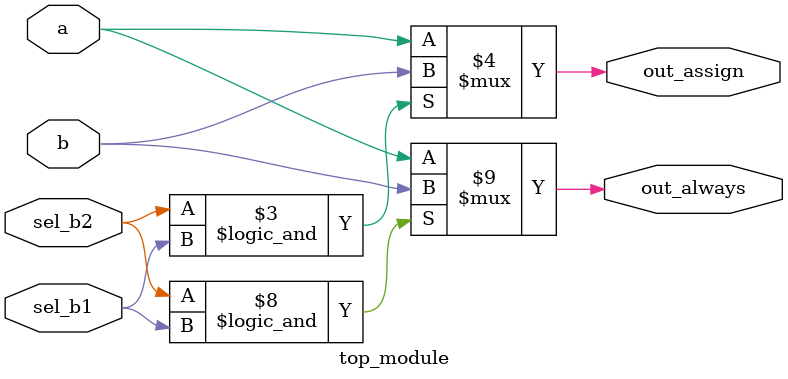
<source format=v>
module top_module(
    input a,
    input b,
    input sel_b1,
    input sel_b2,
    output wire out_assign,
    output reg out_always   ); 
    assign out_assign = (sel_b2==1'b1 && sel_b1 ==1'b1)?b:a;
 //--------------------using comditional operator----------------//
    always@(*) begin
     out_always= (sel_b2==1'b1 && sel_b1 ==1'b1)?b:a;
   end
 //-------------------------------------using if else -----------------------------------------//
  /*  always@(*) begin
        if(sel_b1&&sel_b2) begin
            out_always = b;
        end
            else
             out_always = a;
    end*/
endmodule

</source>
